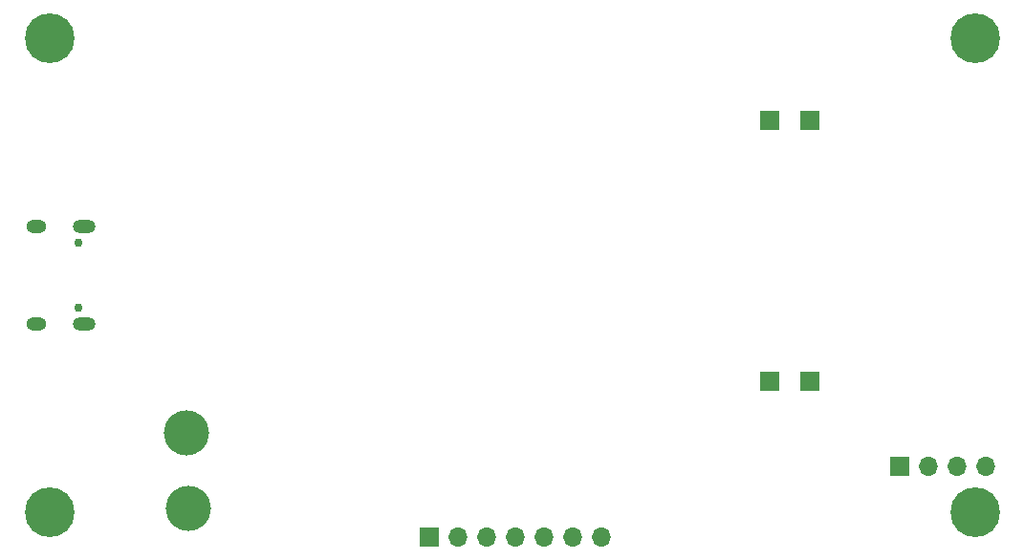
<source format=gbr>
%TF.GenerationSoftware,KiCad,Pcbnew,7.0.7*%
%TF.CreationDate,2024-06-24T12:25:00-07:00*%
%TF.ProjectId,Business Card PCB Hot Plate,42757369-6e65-4737-9320-436172642050,rev?*%
%TF.SameCoordinates,Original*%
%TF.FileFunction,Soldermask,Bot*%
%TF.FilePolarity,Negative*%
%FSLAX46Y46*%
G04 Gerber Fmt 4.6, Leading zero omitted, Abs format (unit mm)*
G04 Created by KiCad (PCBNEW 7.0.7) date 2024-06-24 12:25:00*
%MOMM*%
%LPD*%
G01*
G04 APERTURE LIST*
%ADD10R,1.700000X1.700000*%
%ADD11O,1.700000X1.700000*%
%ADD12C,0.700000*%
%ADD13C,4.400000*%
%ADD14C,4.000000*%
%ADD15C,0.750000*%
%ADD16O,2.000000X1.200000*%
%ADD17O,1.800000X1.200000*%
G04 APERTURE END LIST*
D10*
%TO.C,J4*%
X103250000Y-45035328D03*
%TD*%
%TO.C,J7*%
X106800000Y-68135328D03*
%TD*%
%TO.C,J10*%
X114750000Y-75685328D03*
D11*
X117290000Y-75685328D03*
X119830000Y-75685328D03*
X122370000Y-75685328D03*
%TD*%
D10*
%TO.C,J8*%
X73080000Y-81935328D03*
D11*
X75620000Y-81935328D03*
X78160000Y-81935328D03*
X80700000Y-81935328D03*
X83240000Y-81935328D03*
X85780000Y-81935328D03*
X88320000Y-81935328D03*
%TD*%
D12*
%TO.C,H4*%
X37800000Y-37735328D03*
X38283274Y-36568602D03*
X38283274Y-38902054D03*
X39450000Y-36085328D03*
D13*
X39450000Y-37735328D03*
D12*
X39450000Y-39385328D03*
X40616726Y-36568602D03*
X40616726Y-38902054D03*
X41100000Y-37735328D03*
%TD*%
%TO.C,H2*%
X119800000Y-37735328D03*
X120283274Y-36568602D03*
X120283274Y-38902054D03*
X121450000Y-36085328D03*
D13*
X121450000Y-37735328D03*
D12*
X121450000Y-39385328D03*
X122616726Y-36568602D03*
X122616726Y-38902054D03*
X123100000Y-37735328D03*
%TD*%
D14*
%TO.C,J3*%
X51800000Y-79435328D03*
%TD*%
D12*
%TO.C,H3*%
X37800000Y-79735328D03*
X38283274Y-78568602D03*
X38283274Y-80902054D03*
X39450000Y-78085328D03*
D13*
X39450000Y-79735328D03*
D12*
X39450000Y-81385328D03*
X40616726Y-78568602D03*
X40616726Y-80902054D03*
X41100000Y-79735328D03*
%TD*%
D10*
%TO.C,J5*%
X106800000Y-45035328D03*
%TD*%
D14*
%TO.C,J2*%
X51600000Y-72735328D03*
%TD*%
D12*
%TO.C,H1*%
X119800000Y-79735328D03*
X120283274Y-78568602D03*
X120283274Y-80902054D03*
X121450000Y-78085328D03*
D13*
X121450000Y-79735328D03*
D12*
X121450000Y-81385328D03*
X122616726Y-78568602D03*
X122616726Y-80902054D03*
X123100000Y-79735328D03*
%TD*%
D10*
%TO.C,J6*%
X103240000Y-68145328D03*
%TD*%
D15*
%TO.C,J1*%
X42006000Y-55835328D03*
X42006000Y-61635328D03*
D16*
X42506000Y-54410328D03*
D17*
X38326000Y-54410328D03*
D16*
X42506000Y-63060328D03*
D17*
X38326000Y-63060328D03*
%TD*%
M02*

</source>
